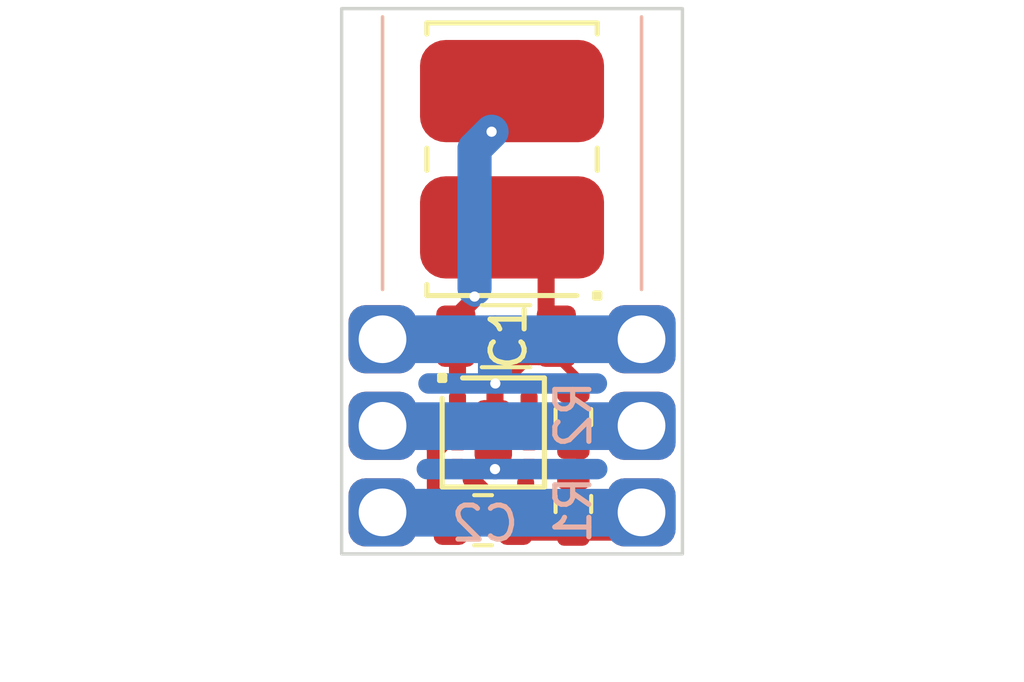
<source format=kicad_pcb>
(kicad_pcb (version 20240108) (generator "pcbnew") (generator_version "8.0")
  (layers (0 "F.Cu" signal) (31 "B.Cu" signal) (34 "B.Paste" user) (35 "F.Paste" user) (36 "B.SilkS" user "B.Silkscreen") (37 "F.SilkS" user "F.Silkscreen") (38 "B.Mask" user) (39 "F.Mask" user) (44 "Edge.Cuts" user))
  (net 0 "")
  (net 1 "+15V")
  (net 2 "GND")
  (net 3 "+5V")
  (net 4 "Net-(U1-FB)")
  (net 7 "DATA")
  (footprint "local:Holes" (layer "F.Cu") (at 138.8 105 -90)
    (property "Reference" "J1" (hide yes))
    (property "Value" "Conn_01x05_Socket")
    (fp_line (start -4 0) (end -12 0) (stroke (width 0.1)) (layer "B.SilkS"))
    (fp_line (start -4 0) (end -12 0) (stroke (width 0.1)) (layer "F.SilkS"))
    (pad "1" thru_hole roundrect (at -2.54 0 270) (size 2 2) (drill 1.4) (layers "*.Cu" "*.Mask") (net 2 "GND"))
    (pad "2" thru_hole roundrect (at 0 0 270) (size 2 2) (drill 1.4) (layers "*.Cu" "*.Mask") (net 7 "DATA"))
    (pad "3" thru_hole roundrect (at 2.54 0 270) (size 2 2) (drill 1.4) (layers "*.Cu" "*.Mask") (net 3 "+5V"))
  )
  (footprint "Resistor_SMD:R_0603_1608Metric" (layer "F.Cu") (at 136.8 107.295 90)
    (property "Reference" "R1" (at -0.175 0 90) (layer "B.SilkS") (effects (justify mirror)))
    (property "Value" "52k3")
    (fp_line (start -0.237258 -0.5225) (end 0.237258 -0.5225) (stroke (width 0.12)) (layer "F.SilkS"))
    (fp_line (start -0.237258 0.5225) (end 0.237258 0.5225) (stroke (width 0.12)) (layer "F.SilkS"))
    (pad "1" smd roundrect (at -0.825 0 90) (size 0.8 0.95) (layers "F.Cu" "F.Paste" "F.Mask") (net 3 "+5V"))
    (pad "2" smd roundrect (at 0.825 0 90) (size 0.8 0.95) (layers "F.Cu" "F.Paste" "F.Mask") (net 4 "Net-(U1-FB)"))
  )
  (footprint "local:TPS82130" (layer "F.Cu") (at 134.45 105.195 -90)
    (property "Reference" "U1" (hide yes))
    (property "Value" "TPS82130")
    (fp_line (start -1.675 1.575) (end -1.675 1.425) (stroke (width 0.15)) (layer "F.SilkS"))
    (fp_line (start -1.525 1.575) (end -1.675 1.575) (stroke (width 0.15)) (layer "F.SilkS"))
    (fp_line (start -1 1.5) (end 1.6 1.5) (stroke (width 0.15)) (layer "F.SilkS"))
    (fp_line (start 1.6 1.5) (end 1.6 -1.5) (stroke (width 0.15)) (layer "F.SilkS"))
    (fp_line (start -1.675 1.425) (end -1.525 1.425) (stroke (width 0.15)) (layer "F.SilkS"))
    (fp_line (start -1.525 1.425) (end -1.525 1.575) (stroke (width 0.15)) (layer "F.SilkS"))
    (fp_line (start -1.6 -1.5) (end -1.6 0.9) (stroke (width 0.15)) (layer "F.SilkS"))
    (fp_line (start 1.6 -1.5) (end -1.6 -1.5) (stroke (width 0.15)) (layer "F.SilkS"))
    (pad "1" smd roundrect (at -0.975 1.05 270) (size 0.4 0.5) (layers "F.Cu" "F.Paste" "F.Mask") (net 1 "+15V"))
    (pad "2" smd roundrect (at -0.325 1.05 270) (size 0.4 0.5) (layers "F.Cu" "F.Paste" "F.Mask") (net 1 "+15V"))
    (pad "3" smd roundrect (at 0.325 1.05 270) (size 0.4 0.5) (layers "F.Cu" "F.Paste" "F.Mask") (net 2 "GND"))
    (pad "4" smd roundrect (at 0.975 1.05 270) (size 0.4 0.5) (layers "F.Cu" "F.Paste" "F.Mask") (net 3 "+5V"))
    (pad "5" smd roundrect (at 0.975 -1.05 270) (size 0.4 0.5) (layers "F.Cu" "F.Paste" "F.Mask") (net 3 "+5V"))
    (pad "6" smd roundrect (at 0.325 -1.05 270) (size 0.4 0.5) (layers "F.Cu" "F.Paste" "F.Mask") (net 4 "Net-(U1-FB)"))
    (pad "7" smd roundrect (at -0.325 -1.05 270) (size 0.4 0.5) (layers "F.Cu" "F.Paste" "F.Mask"))
    (pad "8" smd roundrect (at -0.975 -1.05 270) (size 0.4 0.5) (layers "F.Cu" "F.Paste" "F.Mask"))
    (pad "9" smd roundrect (at 0 0 270) (size 1.9 1.1) (layers "F.Cu" "F.Paste" "F.Mask") (net 2 "GND"))
  )
  (footprint "local:Holes" (layer "F.Cu") (at 131.2 105 -90)
    (property "Reference" "J2" (hide yes))
    (property "Value" "Conn_01x05_Socket")
    (fp_line (start -4 0) (end -12 0) (stroke (width 0.1)) (layer "B.SilkS"))
    (fp_line (start -4 0) (end -12 0) (stroke (width 0.1)) (layer "F.SilkS"))
    (pad "1" thru_hole roundrect (at -2.54 0 270) (size 2 2) (drill 1.4) (layers "*.Cu" "*.Mask") (net 2 "GND"))
    (pad "2" thru_hole roundrect (at 0 0 270) (size 2 2) (drill 1.4) (layers "*.Cu" "*.Mask") (net 7 "DATA"))
    (pad "3" thru_hole roundrect (at 2.54 0 270) (size 2 2) (drill 1.4) (layers "*.Cu" "*.Mask") (net 3 "+5V"))
  )
  (footprint "Resistor_SMD:R_0603_1608Metric" (layer "F.Cu") (at 136.8 104.745 90)
    (property "Reference" "R2" (at 0.075 0 90) (layer "B.SilkS") (effects (justify mirror)))
    (property "Value" "10k")
    (fp_line (start -0.237258 -0.5225) (end 0.237258 -0.5225) (stroke (width 0.12)) (layer "F.SilkS"))
    (fp_line (start -0.237258 0.5225) (end 0.237258 0.5225) (stroke (width 0.12)) (layer "F.SilkS"))
    (pad "1" smd roundrect (at -0.825 0 90) (size 0.8 0.95) (layers "F.Cu" "F.Paste" "F.Mask") (net 4 "Net-(U1-FB)"))
    (pad "2" smd roundrect (at 0.825 0 90) (size 0.8 0.95) (layers "F.Cu" "F.Paste" "F.Mask") (net 2 "GND"))
  )
  (footprint "Capacitor_SMD:C_0805_2012Metric" (layer "F.Cu") (at 134.15 107.77 180)
    (property "Reference" "C2" (at -0.05 -0.1 0) (layer "B.SilkS") (effects (justify mirror)))
    (property "Value" "22u")
    (fp_line (start -0.261252 0.735) (end 0.261252 0.735) (stroke (width 0.12)) (layer "F.SilkS"))
    (fp_line (start -0.261252 -0.735) (end 0.261252 -0.735) (stroke (width 0.12)) (layer "F.SilkS"))
    (pad "1" smd roundrect (at -0.95 0 180) (size 1 1.45) (layers "F.Cu" "F.Paste" "F.Mask") (net 3 "+5V"))
    (pad "2" smd roundrect (at 0.95 0 180) (size 1 1.45) (layers "F.Cu" "F.Paste" "F.Mask") (net 2 "GND"))
  )
  (footprint "Capacitor_SMD:C_1206_3216Metric" (layer "F.Cu") (at 134.825 102.37)
    (property "Reference" "C1" (at 0.075 0 90) (layer "F.SilkS"))
    (property "Value" "10u")
    (fp_line (start -0.711252 -0.91) (end 0.711252 -0.91) (stroke (width 0.12)) (layer "F.SilkS"))
    (fp_line (start -0.711252 0.91) (end 0.711252 0.91) (stroke (width 0.12)) (layer "F.SilkS"))
    (pad "1" smd roundrect (at -1.475 0) (size 1.15 1.8) (layers "F.Cu" "F.Paste" "F.Mask") (roundrect_rratio 0.217391) (net 1 "+15V"))
    (pad "2" smd roundrect (at 1.475 0) (size 1.15 1.8) (layers "F.Cu" "F.Paste" "F.Mask") (roundrect_rratio 0.217391) (net 2 "GND"))
  )
  (footprint "local:Kyocera-009176002001906" (layer "F.Cu") (at 135 97.1775 90)
    (property "Reference" "J3" (hide yes))
    (property "Value" "Conn_01x02")
    (fp_line (start 4 -2.5) (end 3.675 -2.5) (stroke (width 0.15)) (layer "F.SilkS"))
    (fp_line (start 0.325 -2.5) (end -0.325 -2.5) (stroke (width 0.15)) (layer "F.SilkS"))
    (fp_line (start -3.675 -2.5) (end -4 -2.5) (stroke (width 0.15)) (layer "F.SilkS"))
    (fp_line (start -4 -2.5) (end -4 1.9) (stroke (width 0.15)) (layer "F.SilkS"))
    (fp_line (start -3.925 2.425) (end -3.925 2.575) (stroke (width 0.15)) (layer "F.SilkS"))
    (fp_line (start -4.075 2.425) (end -3.925 2.425) (stroke (width 0.15)) (layer "F.SilkS"))
    (fp_line (start 4 2.5) (end 4 -2.5) (stroke (width 0.15)) (layer "F.SilkS"))
    (fp_line (start 3.675 2.5) (end 4 2.5) (stroke (width 0.15)) (layer "F.SilkS"))
    (fp_line (start -0.325 2.5) (end 0.325 2.5) (stroke (width 0.15)) (layer "F.SilkS"))
    (fp_line (start -3.925 2.575) (end -4.075 2.575) (stroke (width 0.15)) (layer "F.SilkS"))
    (fp_line (start -4.075 2.575) (end -4.075 2.425) (stroke (width 0.15)) (layer "F.SilkS"))
    (pad "1" smd roundrect (at -2 0 90) (size 3 5.4) (layers "F.Cu" "F.Paste" "F.Mask") (net 2 "GND"))
    (pad "2" smd roundrect (at 2 0 90) (size 3 5.4) (layers "F.Cu" "F.Paste" "F.Mask") (net 1 "+15V"))
  )
  (gr_rect (start 130 92.7575) (end 140 108.7575) (stroke (width 0.1)) (fill none) (layer "Edge.Cuts"))
  (segment (start 133.4 101.77) (end 133.4 102.37) (width 0.5) (layer "F.Cu") (net 1))
  (segment (start 133.4 104.87) (end 133.4 104.22) (width 0.25) (layer "F.Cu") (net 1))
  (segment (start 133.4 104.22) (end 133.4 103.67) (width 0.25) (layer "F.Cu") (net 1))
  (segment (start 133.4 103.67) (end 133.4 102.42) (width 0.5) (layer "F.Cu") (net 1))
  (segment (start 133.4 102.42) (end 133.35 102.37) (width 0.5) (layer "F.Cu") (net 1))
  (segment (start 133.9 101.27) (end 133.4 101.77) (width 0.5) (layer "F.Cu") (net 1))
  (via (at 134.4 96.37) (size 0.6) (drill 0.3) (layers "F.Cu" "B.Cu") (net 1))
  (via (at 133.9 101.2075) (size 0.6) (drill 0.3) (layers "F.Cu" "B.Cu") (net 1))
  (segment (start 133.9 100.97) (end 133.9 96.87) (width 1) (layer "B.Cu") (net 1))
  (segment (start 133.9 96.87) (end 134.4 96.37) (width 1) (layer "B.Cu") (net 1))
  (segment (start 132.9 105.57) (end 132.75 105.72) (width 0.5) (layer "F.Cu") (net 2))
  (segment (start 135.4 102.97) (end 135.8 102.97) (width 0.5) (layer "F.Cu") (net 2))
  (segment (start 134.5 103.87) (end 134.45 103.92) (width 0.25) (layer "F.Cu") (net 2))
  (segment (start 132.75 107.02) (end 133.2 107.47) (width 0.5) (layer "F.Cu") (net 2))
  (segment (start 133.2 107.47) (end 133.2 107.77) (width 0.5) (layer "F.Cu") (net 2))
  (segment (start 136.3 102.37) (end 138.9 102.37) (width 0.5) (layer "F.Cu") (net 2))
  (segment (start 134.45 105.02) (end 134.7 104.77) (width 0.25) (layer "F.Cu") (net 2))
  (segment (start 138.9 102.37) (end 139 102.47) (width 0.5) (layer "F.Cu") (net 2))
  (segment (start 136 99.93) (end 136 102.07) (width 0.5) (layer "F.Cu") (net 2))
  (segment (start 132.75 105.72) (end 132.75 107.02) (width 0.5) (layer "F.Cu") (net 2))
  (segment (start 133.4 105.52) (end 134.125 105.52) (width 0.25) (layer "F.Cu") (net 2))
  (segment (start 134.45 105.02) (end 134.45 105.195) (width 0.25) (layer "F.Cu") (net 2))
  (segment (start 136.3 102.37) (end 136.3 102.97) (width 0.25) (layer "F.Cu") (net 2))
  (segment (start 134.125 105.52) (end 134.45 105.195) (width 0.25) (layer "F.Cu") (net 2))
  (segment (start 135.8 102.97) (end 136.3 102.47) (width 0.5) (layer "F.Cu") (net 2))
  (segment (start 136 102.07) (end 136.3 102.37) (width 0.5) (layer "F.Cu") (net 2))
  (segment (start 133.4 105.52) (end 132.95 105.52) (width 0.25) (layer "F.Cu") (net 2))
  (segment (start 132.95 105.52) (end 132.9 105.57) (width 0.25) (layer "F.Cu") (net 2))
  (segment (start 134.5 103.77) (end 134.5 105.145) (width 0.5) (layer "F.Cu") (net 2))
  (segment (start 134.5 103.77) (end 134.6 103.77) (width 0.5) (layer "F.Cu") (net 2))
  (segment (start 134.5 105.145) (end 134.45 105.195) (width 0.5) (layer "F.Cu") (net 2))
  (segment (start 136.3 102.97) (end 137 103.67) (width 0.25) (layer "F.Cu") (net 2))
  (segment (start 134.6 103.77) (end 135.4 102.97) (width 0.5) (layer "F.Cu") (net 2))
  (segment (start 137 103.67) (end 137 103.92) (width 0.25) (layer "F.Cu") (net 2))
  (segment (start 136.3 102.47) (end 136.3 102.37) (width 0.5) (layer "F.Cu") (net 2))
  (via (at 134.5 106.27) (size 0.6) (drill 0.3) (layers "F.Cu" "B.Cu") (net 2))
  (via (at 134.51 103.7575) (size 0.6) (drill 0.3) (layers "F.Cu" "B.Cu") (net 2))
  (segment (start 131.2 102.47) (end 131.8 102.47) (width 1) (layer "B.Cu") (net 2))
  (segment (start 138.2 102.47) (end 138.8 102.47) (width 1) (layer "B.Cu") (net 2))
  (segment (start 134.51 103.7575) (end 132.55 103.7575) (width 0.6) (layer "B.Cu") (net 2))
  (segment (start 134.5 102.46) (end 134.5 103.4875) (width 1) (layer "B.Cu") (net 2))
  (segment (start 131.2 102.46) (end 134.5 102.46) (width 1.4) (layer "B.Cu") (net 2))
  (segment (start 134.5 102.46) (end 138.8 102.46) (width 1.4) (layer "B.Cu") (net 2))
  (segment (start 134.51 102.47) (end 134.5 102.46) (width 0.5) (layer "B.Cu") (net 2))
  (segment (start 134.5 106.27) (end 132.5 106.27) (width 0.6) (layer "B.Cu") (net 2))
  (segment (start 134.51 103.7575) (end 137.49 103.7575) (width 0.6) (layer "B.Cu") (net 2))
  (segment (start 134.5 106.27) (end 137.5 106.27) (width 0.6) (layer "B.Cu") (net 2))
  (segment (start 135.5 106.57) (end 135.4 106.67) (width 0.2) (layer "F.Cu") (net 3))
  (segment (start 135.45 108.12) (end 135.1 107.77) (width 0.5) (layer "F.Cu") (net 3))
  (segment (start 138.43 108.12) (end 139 107.55) (width 0.5) (layer "F.Cu") (net 3))
  (segment (start 133.8 106.57) (end 133.4 106.17) (width 0.2) (layer "F.Cu") (net 3))
  (segment (start 135.1 107.57) (end 135.1 107.77) (width 0.5) (layer "F.Cu") (net 3))
  (segment (start 134.8 107.27) (end 135.1 107.57) (width 0.5) (layer "F.Cu") (net 3))
  (segment (start 135.5 106.17) (end 135.5 106.57) (width 0.2) (layer "F.Cu") (net 3))
  (segment (start 133.8 106.57) (end 134.5 107.27) (width 0.5) (layer "F.Cu") (net 3))
  (segment (start 135.1 107.47) (end 135.1 107.77) (width 0.5) (layer "F.Cu") (net 3))
  (segment (start 137 108.12) (end 138.43 108.12) (width 0.5) (layer "F.Cu") (net 3))
  (segment (start 135.4 107.17) (end 135.1 107.47) (width 0.5) (layer "F.Cu") (net 3))
  (segment (start 134.5 107.27) (end 134.8 107.27) (width 0.5) (layer "F.Cu") (net 3))
  (segment (start 137 108.12) (end 135.45 108.12) (width 0.5) (layer "F.Cu") (net 3))
  (segment (start 135.4 106.67) (end 135.4 107.17) (width 0.5) (layer "F.Cu") (net 3))
  (segment (start 131.2 107.54) (end 131.21 107.55) (width 1) (layer "B.Cu") (net 3))
  (segment (start 131.21 107.55) (end 138.79 107.55) (width 1.4) (layer "B.Cu") (net 3))
  (segment (start 138.79 107.55) (end 138.8 107.54) (width 1) (layer "B.Cu") (net 3))
  (segment (start 136.95 105.52) (end 137 105.57) (width 0.25) (layer "F.Cu") (net 4))
  (segment (start 137 105.57) (end 137 106.47) (width 0.25) (layer "F.Cu") (net 4))
  (segment (start 135.5 105.52) (end 136.95 105.52) (width 0.25) (layer "F.Cu") (net 4))
  (segment (start 131.2 105) (end 131.21 105.01) (width 1) (layer "B.Cu") (net 7))
  (segment (start 131.21 105.01) (end 138.79 105.01) (width 1.4) (layer "B.Cu") (net 7))
  (segment (start 138.79 105.01) (end 138.8 105) (width 1) (layer "B.Cu") (net 7))
)
</source>
